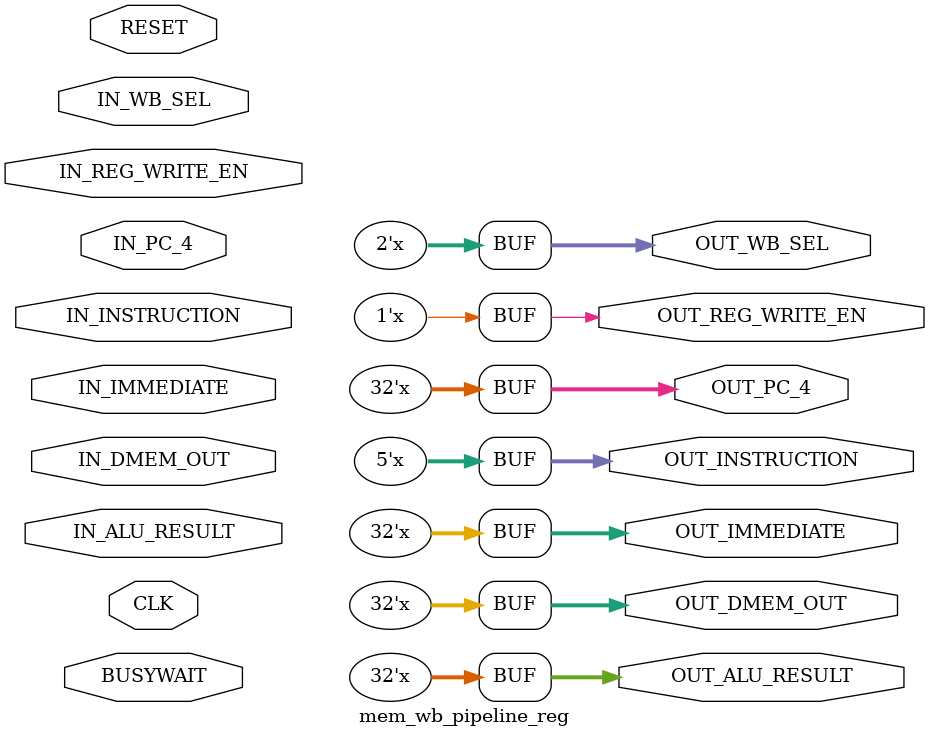
<source format=v>
module mem_wb_pipeline_reg(
    IN_INSTRUCTION, // INSTRUCTION [11:7]
    IN_PC_4,
    IN_ALU_RESULT, 
    IN_IMMEDIATE,
    IN_DMEM_OUT,
    IN_WB_SEL,
    IN_REG_WRITE_EN,
    OUT_INSTRUCTION,
    OUT_PC_4,
    OUT_ALU_RESULT,
    OUT_IMMEDIATE, 
    OUT_DMEM_OUT,
    OUT_WB_SEL,
    OUT_REG_WRITE_EN,
    CLK, 
    RESET,
    BUSYWAIT);

    //declare the ports
    input [4:0] IN_INSTRUCTION;
    input [1:0] IN_WB_SEL;
    
    input [31:0] IN_PC_4,
            IN_ALU_RESULT,
            IN_IMMEDIATE,
            IN_DMEM_OUT;   
                
    input IN_REG_WRITE_EN,
        CLK, 
        RESET, 
        BUSYWAIT;

    output reg [4:0] OUT_INSTRUCTION;
    output reg [1:0] OUT_WB_SEL;

    output reg [31:0] OUT_PC_4,
                    OUT_ALU_RESULT,
                    OUT_IMMEDIATE,
                    OUT_DMEM_OUT; 

    output reg OUT_REG_WRITE_EN;

    //RESETTING output registers
    always @ (*) begin
        if (RESET) begin
            #1;
            OUT_INSTRUCTION = 5'dx;
            OUT_PC_4 = 32'dx;
            OUT_ALU_RESULT = 32'dx;
            OUT_IMMEDIATE =  32'dx;
            OUT_DMEM_OUT = 32'dx;
            OUT_WB_SEL = 2'dx;
            OUT_REG_WRITE_EN = 1'bx;
        end
    end

    //Writing the input values to the output registers, 
    //when the RESET is low and when the CLOCK is at a positive edge and BUSYWAIT is low 
    always @(posedge CLK)
    begin
        #0
        if (!RESET & !BUSYWAIT) begin
            OUT_INSTRUCTION <= #1 IN_INSTRUCTION;
            OUT_PC_4 <= #1 IN_PC_4;
            OUT_ALU_RESULT <= #1 IN_ALU_RESULT;
            OUT_IMMEDIATE <= #1  IN_IMMEDIATE;
            OUT_DMEM_OUT <= #1 IN_DMEM_OUT;
            OUT_WB_SEL <= #1 IN_WB_SEL;
            OUT_REG_WRITE_EN <= #1 IN_REG_WRITE_EN;
        end
    end

endmodule
</source>
